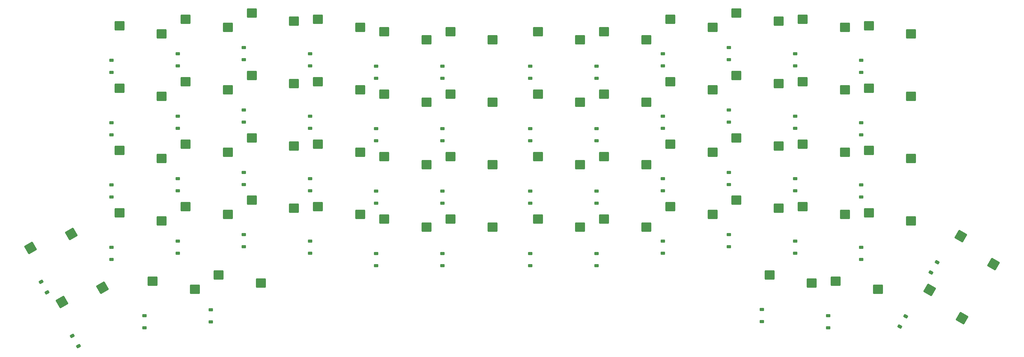
<source format=gbr>
%TF.GenerationSoftware,KiCad,Pcbnew,9.0.6*%
%TF.CreationDate,2025-12-05T23:49:30-05:00*%
%TF.ProjectId,VoyagerSplitKicad,566f7961-6765-4725-9370-6c69744b6963,rev?*%
%TF.SameCoordinates,Original*%
%TF.FileFunction,Paste,Bot*%
%TF.FilePolarity,Positive*%
%FSLAX46Y46*%
G04 Gerber Fmt 4.6, Leading zero omitted, Abs format (unit mm)*
G04 Created by KiCad (PCBNEW 9.0.6) date 2025-12-05 23:49:30*
%MOMM*%
%LPD*%
G01*
G04 APERTURE LIST*
G04 Aperture macros list*
%AMRoundRect*
0 Rectangle with rounded corners*
0 $1 Rounding radius*
0 $2 $3 $4 $5 $6 $7 $8 $9 X,Y pos of 4 corners*
0 Add a 4 corners polygon primitive as box body*
4,1,4,$2,$3,$4,$5,$6,$7,$8,$9,$2,$3,0*
0 Add four circle primitives for the rounded corners*
1,1,$1+$1,$2,$3*
1,1,$1+$1,$4,$5*
1,1,$1+$1,$6,$7*
1,1,$1+$1,$8,$9*
0 Add four rect primitives between the rounded corners*
20,1,$1+$1,$2,$3,$4,$5,0*
20,1,$1+$1,$4,$5,$6,$7,0*
20,1,$1+$1,$6,$7,$8,$9,0*
20,1,$1+$1,$8,$9,$2,$3,0*%
G04 Aperture macros list end*
%ADD10RoundRect,0.260000X-1.065000X-1.040000X1.065000X-1.040000X1.065000X1.040000X-1.065000X1.040000X0*%
%ADD11RoundRect,0.225000X0.375000X-0.225000X0.375000X0.225000X-0.375000X0.225000X-0.375000X-0.225000X0*%
%ADD12RoundRect,0.260000X-1.442317X-0.368166X0.402317X-1.433166X1.442317X0.368166X-0.402317X1.433166X0*%
%ADD13RoundRect,0.260000X-0.402317X-1.433166X1.442317X-0.368166X0.402317X1.433166X-1.442317X0.368166X0*%
%ADD14RoundRect,0.225000X0.437260X-0.007356X0.212260X0.382356X-0.437260X0.007356X-0.212260X-0.382356X0*%
%ADD15RoundRect,0.225000X0.212260X-0.382356X0.437260X0.007356X-0.212260X0.382356X-0.437260X-0.007356X0*%
G04 APERTURE END LIST*
D10*
%TO.C,SW27*%
X157645000Y-130500000D03*
X146155000Y-128300000D03*
%TD*%
D11*
%TO.C,D57*%
X117001002Y-176750000D03*
X117001002Y-173450000D03*
%TD*%
D10*
%TO.C,SW17*%
X253446000Y-96499500D03*
X241956000Y-94299500D03*
%TD*%
%TO.C,SW15*%
X175645000Y-133900000D03*
X164155000Y-131700000D03*
%TD*%
%TO.C,SW25*%
X157645000Y-96500000D03*
X146155000Y-94300000D03*
%TD*%
D11*
%TO.C,D24*%
X257901000Y-156299500D03*
X257901000Y-152999500D03*
%TD*%
%TO.C,D41*%
X108000000Y-107000000D03*
X108000000Y-103700000D03*
%TD*%
D12*
%TO.C,SW53*%
X321316379Y-175724405D03*
X312465748Y-168074149D03*
%TD*%
D10*
%TO.C,SW46*%
X103645002Y-115250000D03*
X92155002Y-113050000D03*
%TD*%
%TO.C,SW18*%
X253446000Y-113499500D03*
X241956000Y-111299500D03*
%TD*%
D11*
%TO.C,D20*%
X239901000Y-157999500D03*
X239901000Y-154699500D03*
%TD*%
D10*
%TO.C,SW40*%
X307446000Y-149249500D03*
X295956000Y-147049500D03*
%TD*%
D11*
%TO.C,D37*%
X293901000Y-108749500D03*
X293901000Y-105449500D03*
%TD*%
%TO.C,D39*%
X293901000Y-142749500D03*
X293901000Y-139449500D03*
%TD*%
D10*
%TO.C,SW44*%
X121645000Y-147500000D03*
X110155000Y-145300000D03*
%TD*%
%TO.C,SW38*%
X307446000Y-115249500D03*
X295956000Y-113049500D03*
%TD*%
D11*
%TO.C,D16*%
X162000000Y-161400000D03*
X162000000Y-158100000D03*
%TD*%
%TO.C,D44*%
X108000000Y-158000000D03*
X108000000Y-154700000D03*
%TD*%
D13*
%TO.C,SW60*%
X79064379Y-152756472D03*
X68013748Y-156596216D03*
%TD*%
D11*
%TO.C,D21*%
X257901000Y-105299500D03*
X257901000Y-101999500D03*
%TD*%
D10*
%TO.C,SW58*%
X112646000Y-167900000D03*
X101156000Y-165700000D03*
%TD*%
%TO.C,SW11*%
X235446000Y-133899500D03*
X223956000Y-131699500D03*
%TD*%
D11*
%TO.C,D4*%
X162000000Y-110400000D03*
X162000000Y-107100000D03*
%TD*%
%TO.C,D14*%
X180000000Y-161400000D03*
X180000000Y-158100000D03*
%TD*%
D10*
%TO.C,SW42*%
X121645000Y-113500000D03*
X110155000Y-111300000D03*
%TD*%
%TO.C,SW41*%
X121645000Y-96500000D03*
X110155000Y-94300000D03*
%TD*%
%TO.C,SW51*%
X280434141Y-166199500D03*
X268944141Y-163999500D03*
%TD*%
%TO.C,SW43*%
X121645000Y-130500000D03*
X110155000Y-128300000D03*
%TD*%
D11*
%TO.C,D32*%
X126000000Y-156300000D03*
X126000000Y-153000000D03*
%TD*%
%TO.C,D29*%
X126000000Y-105300000D03*
X126000000Y-102000000D03*
%TD*%
%TO.C,D3*%
X221901000Y-110399500D03*
X221901000Y-107099500D03*
%TD*%
D10*
%TO.C,SW1*%
X217446000Y-99899500D03*
X205956000Y-97699500D03*
%TD*%
%TO.C,SW29*%
X139645000Y-94800000D03*
X128155000Y-92600000D03*
%TD*%
D11*
%TO.C,D52*%
X284889141Y-178399500D03*
X284889141Y-175099500D03*
%TD*%
D10*
%TO.C,SW19*%
X253446000Y-130499500D03*
X241956000Y-128299500D03*
%TD*%
%TO.C,SW21*%
X271445000Y-94798500D03*
X259955000Y-92598500D03*
%TD*%
D11*
%TO.C,D35*%
X275901000Y-140999500D03*
X275901000Y-137699500D03*
%TD*%
D13*
%TO.C,SW59*%
X87564379Y-167478905D03*
X76513748Y-171318649D03*
%TD*%
D11*
%TO.C,D27*%
X144000000Y-141000000D03*
X144000000Y-137700000D03*
%TD*%
%TO.C,D47*%
X90000002Y-142750000D03*
X90000002Y-139450000D03*
%TD*%
D10*
%TO.C,SW12*%
X235446000Y-150899500D03*
X223956000Y-148699500D03*
%TD*%
%TO.C,SW57*%
X130646000Y-166200000D03*
X119156000Y-164000000D03*
%TD*%
%TO.C,SW45*%
X103645002Y-98250000D03*
X92155002Y-96050000D03*
%TD*%
D11*
%TO.C,D30*%
X126000000Y-122300000D03*
X126000000Y-119000000D03*
%TD*%
%TO.C,D31*%
X126000000Y-139300000D03*
X126000000Y-136000000D03*
%TD*%
D10*
%TO.C,SW33*%
X289446000Y-96499500D03*
X277956000Y-94299500D03*
%TD*%
%TO.C,SW34*%
X289446000Y-113499500D03*
X277956000Y-111299500D03*
%TD*%
D11*
%TO.C,D38*%
X293901000Y-125749500D03*
X293901000Y-122449500D03*
%TD*%
D10*
%TO.C,SW39*%
X307446000Y-132249500D03*
X295956000Y-130049500D03*
%TD*%
D11*
%TO.C,D51*%
X266889141Y-176699500D03*
X266889141Y-173399500D03*
%TD*%
%TO.C,D23*%
X257901000Y-139299500D03*
X257901000Y-135999500D03*
%TD*%
%TO.C,D33*%
X275901000Y-106999500D03*
X275901000Y-103699500D03*
%TD*%
D10*
%TO.C,SW37*%
X307446000Y-98249500D03*
X295956000Y-96049500D03*
%TD*%
D11*
%TO.C,D7*%
X180000000Y-127400000D03*
X180000000Y-124100000D03*
%TD*%
%TO.C,D22*%
X257901000Y-122299500D03*
X257901000Y-118999500D03*
%TD*%
D10*
%TO.C,SW16*%
X175645000Y-150900000D03*
X164155000Y-148700000D03*
%TD*%
D11*
%TO.C,D46*%
X90000002Y-125750000D03*
X90000002Y-122450000D03*
%TD*%
%TO.C,D34*%
X275901000Y-123999500D03*
X275901000Y-120699500D03*
%TD*%
%TO.C,D10*%
X203901000Y-161399500D03*
X203901000Y-158099500D03*
%TD*%
%TO.C,D8*%
X162000000Y-127400000D03*
X162000000Y-124100000D03*
%TD*%
%TO.C,D26*%
X144000000Y-124000000D03*
X144000000Y-120700000D03*
%TD*%
%TO.C,D11*%
X221901000Y-144399500D03*
X221901000Y-141099500D03*
%TD*%
D10*
%TO.C,SW6*%
X235446000Y-116899500D03*
X223956000Y-114699500D03*
%TD*%
%TO.C,SW4*%
X175645000Y-99900000D03*
X164155000Y-97700000D03*
%TD*%
D11*
%TO.C,D13*%
X180000000Y-144400000D03*
X180000000Y-141100000D03*
%TD*%
D10*
%TO.C,SW8*%
X175645000Y-116900000D03*
X164155000Y-114700000D03*
%TD*%
D11*
%TO.C,D28*%
X144000000Y-158000000D03*
X144000000Y-154700000D03*
%TD*%
D10*
%TO.C,SW48*%
X103645002Y-149250000D03*
X92155002Y-147050000D03*
%TD*%
D11*
%TO.C,D15*%
X162000000Y-144400000D03*
X162000000Y-141100000D03*
%TD*%
%TO.C,D25*%
X144000000Y-107000000D03*
X144000000Y-103700000D03*
%TD*%
D14*
%TO.C,D59*%
X80997463Y-183394672D03*
X79347463Y-180536788D03*
%TD*%
%TO.C,D60*%
X72497464Y-168672239D03*
X70847464Y-165814355D03*
%TD*%
D10*
%TO.C,SW9*%
X217446000Y-133899500D03*
X205956000Y-131699500D03*
%TD*%
%TO.C,SW47*%
X103645002Y-132250000D03*
X92155002Y-130050000D03*
%TD*%
D11*
%TO.C,D17*%
X239901000Y-106999500D03*
X239901000Y-103699500D03*
%TD*%
D10*
%TO.C,SW24*%
X271446000Y-145799500D03*
X259956000Y-143599500D03*
%TD*%
D11*
%TO.C,D18*%
X239901000Y-123999500D03*
X239901000Y-120699500D03*
%TD*%
%TO.C,D48*%
X90000002Y-159750000D03*
X90000002Y-156450000D03*
%TD*%
D10*
%TO.C,SW31*%
X139645000Y-128800000D03*
X128155000Y-126600000D03*
%TD*%
%TO.C,SW5*%
X217446000Y-116899500D03*
X205956000Y-114699500D03*
%TD*%
%TO.C,SW22*%
X271446000Y-111799500D03*
X259956000Y-109599500D03*
%TD*%
D11*
%TO.C,D45*%
X90000002Y-108750000D03*
X90000002Y-105450000D03*
%TD*%
D10*
%TO.C,SW35*%
X289446000Y-130499500D03*
X277956000Y-128299500D03*
%TD*%
%TO.C,SW30*%
X139645000Y-111800000D03*
X128155000Y-109600000D03*
%TD*%
%TO.C,SW32*%
X139645000Y-145800000D03*
X128155000Y-143600000D03*
%TD*%
%TO.C,SW13*%
X193645000Y-133900000D03*
X182155000Y-131700000D03*
%TD*%
D11*
%TO.C,D43*%
X108000000Y-141000000D03*
X108000000Y-137700000D03*
%TD*%
D10*
%TO.C,SW26*%
X157645000Y-113500000D03*
X146155000Y-111300000D03*
%TD*%
D12*
%TO.C,SW54*%
X329816378Y-161001973D03*
X320965747Y-153351717D03*
%TD*%
D11*
%TO.C,D1*%
X203901000Y-110399500D03*
X203901000Y-107099500D03*
%TD*%
D10*
%TO.C,SW36*%
X289446000Y-147499500D03*
X277956000Y-145299500D03*
%TD*%
%TO.C,SW2*%
X193645000Y-99900000D03*
X182155000Y-97700000D03*
%TD*%
D11*
%TO.C,D5*%
X203901000Y-127399500D03*
X203901000Y-124099500D03*
%TD*%
%TO.C,D40*%
X293901000Y-159749500D03*
X293901000Y-156449500D03*
%TD*%
D10*
%TO.C,SW3*%
X235446000Y-99899500D03*
X223956000Y-97699500D03*
%TD*%
D11*
%TO.C,D6*%
X221901000Y-127399500D03*
X221901000Y-124099500D03*
%TD*%
%TO.C,D36*%
X275901000Y-157999500D03*
X275901000Y-154699500D03*
%TD*%
D10*
%TO.C,SW28*%
X157645000Y-147500000D03*
X146155000Y-145300000D03*
%TD*%
D11*
%TO.C,D9*%
X203901000Y-144399500D03*
X203901000Y-141099500D03*
%TD*%
D10*
%TO.C,SW7*%
X193645000Y-116900000D03*
X182155000Y-114700000D03*
%TD*%
D15*
%TO.C,D53*%
X304336066Y-178045173D03*
X305986066Y-175187289D03*
%TD*%
D10*
%TO.C,SW52*%
X298434141Y-167899500D03*
X286944141Y-165699500D03*
%TD*%
D11*
%TO.C,D12*%
X221901000Y-161399500D03*
X221901000Y-158099500D03*
%TD*%
%TO.C,D42*%
X108000000Y-124000000D03*
X108000000Y-120700000D03*
%TD*%
%TO.C,D19*%
X239901000Y-140999500D03*
X239901000Y-137699500D03*
%TD*%
%TO.C,D2*%
X180000000Y-110400000D03*
X180000000Y-107100000D03*
%TD*%
%TO.C,D58*%
X99001000Y-178400000D03*
X99001000Y-175100000D03*
%TD*%
D10*
%TO.C,SW10*%
X217446000Y-150899500D03*
X205956000Y-148699500D03*
%TD*%
%TO.C,SW14*%
X193645000Y-150900000D03*
X182155000Y-148700000D03*
%TD*%
%TO.C,SW20*%
X253446000Y-147499500D03*
X241956000Y-145299500D03*
%TD*%
D15*
%TO.C,D54*%
X312836066Y-163322740D03*
X314486066Y-160464856D03*
%TD*%
D10*
%TO.C,SW23*%
X271446000Y-128799500D03*
X259956000Y-126599500D03*
%TD*%
M02*

</source>
